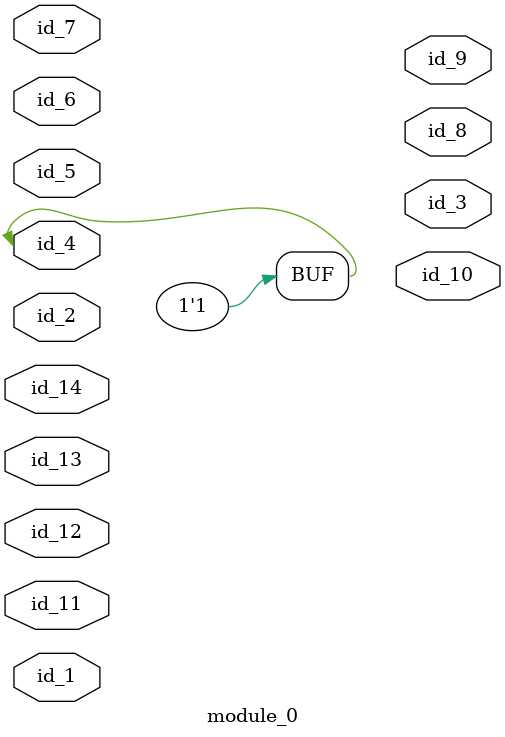
<source format=v>
module module_0 (
    id_1,
    id_2,
    id_3,
    id_4,
    id_5,
    id_6,
    id_7,
    id_8,
    id_9,
    id_10,
    id_11,
    id_12,
    id_13,
    id_14
);
  input id_14;
  inout id_13;
  input id_12;
  inout id_11;
  output id_10;
  output id_9;
  output id_8;
  inout id_7;
  input id_6;
  input id_5;
  inout id_4;
  output id_3;
  inout id_2;
  inout id_1;
  assign id_4 = 1;
endmodule

</source>
